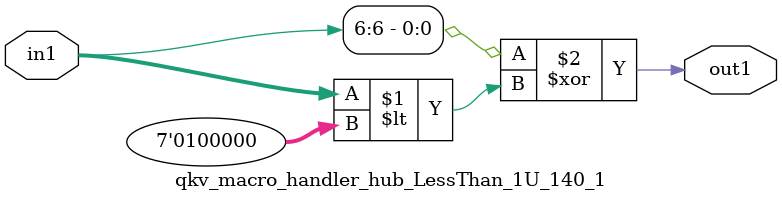
<source format=v>

`timescale 1ps / 1ps


module qkv_macro_handler_hub_LessThan_1U_140_1( in1, out1 );

    input [6:0] in1;
    output out1;

    
    // rtl_process:qkv_macro_handler_hub_LessThan_1U_35_1/qkv_macro_handler_hub_LessThan_1U_35_1_thread_1
    assign out1 = (in1[6] ^ in1 < 7'd032);

endmodule





</source>
